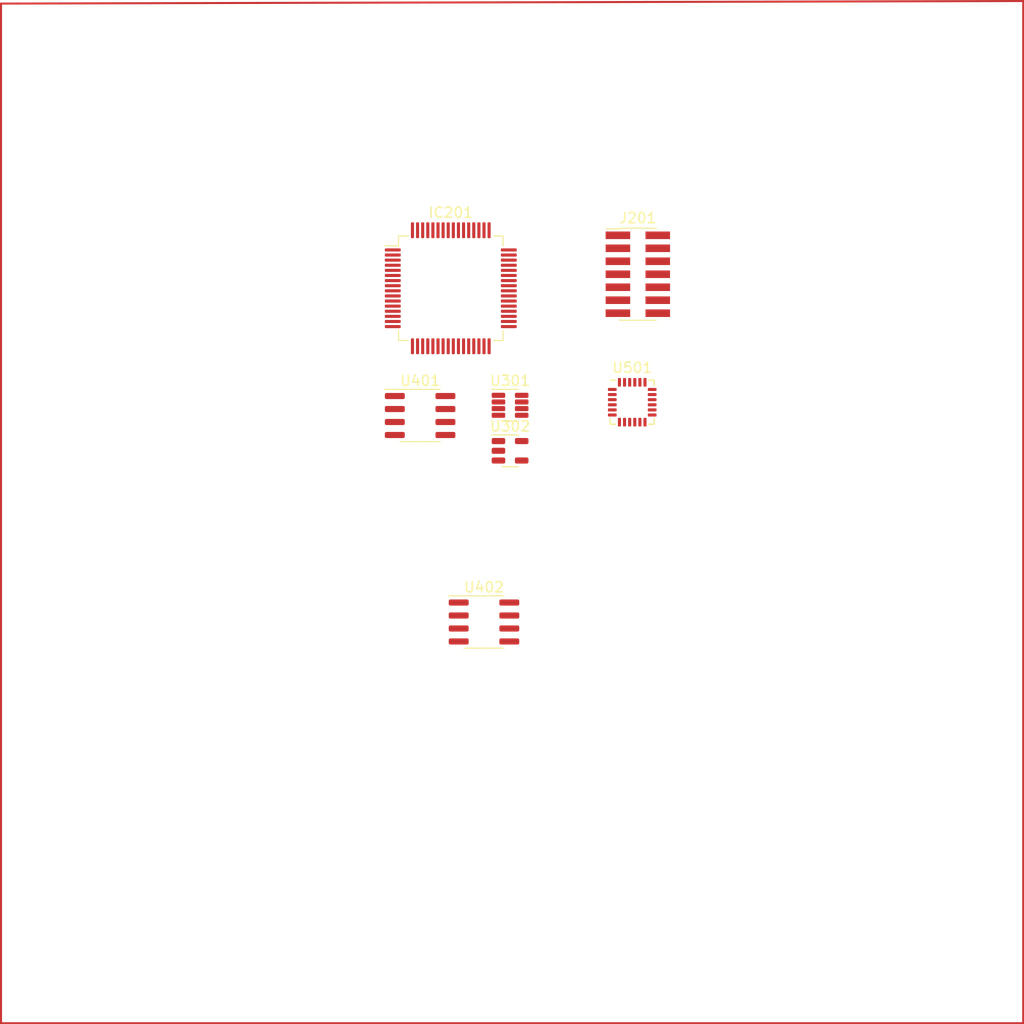
<source format=kicad_pcb>
(kicad_pcb (version 20221018) (generator pcbnew)
  (layers (0 "F.Cu" signal) (31 "B.Cu" signal) (34 "B.Paste" user) (35 "F.Paste" user) (36 "B.SilkS" user "B.Silkscreen") (37 "F.SilkS" user "F.Silkscreen") (38 "B.Mask" user) (39 "F.Mask" user) (44 "Edge.Cuts" user))
  (net 0 "")
  (net 2 "/STM32/LIDAR_PWM")
  (net 3 "/STM32/LIDAR_MOTOR_ENABLE")
  (net 4 "/STM32/LIDAR_MESURE_ENABLE")
  (net 8 "+3V3")
  (net 9 "GND")
  (net 10 "/STM32/OSC_IN")
  (net 11 "/STM32/OSC_OUT")
  (net 12 "/STM32/NRST")
  (net 14 "/Drivers and motors connectors/MOTOR_1_FWD")
  (net 15 "/Drivers and motors connectors/MOTOR_1_REV")
  (net 17 "Net-(D201-A)")
  (net 18 "Net-(D202-A)")
  (net 19 "/STM32/USART2_TX")
  (net 20 "/STM32/USART2_RX")
  (net 23 "/Drivers and motors connectors/ENCODER_2_A")
  (net 24 "/Drivers and motors connectors/ENCODER_2_B")
  (net 25 "/STM32/USART3_TX")
  (net 26 "/STM32/USART3_RX")
  (net 30 "/STM32/I2C_SCL")
  (net 31 "/STM32/I2C_SDA")
  (net 33 "/STM32/Bordure_1")
  (net 34 "/STM32/Bordure_2")
  (net 35 "/STM32/Bordure_3")
  (net 36 "/Drivers and motors connectors/ENCODER_1_B")
  (net 37 "/Drivers and motors connectors/ENCODER_1_A")
  (net 38 "/STM32/Bumper_1")
  (net 39 "/STM32/Bumper_2")
  (net 40 "/STM32/Bumper_3")
  (net 41 "/STM32/Bumper_4")
  (net 42 "/STM32/BTN_1")
  (net 43 "/STM32/BTN_2")
  (net 44 "/STM32/BTN_3")
  (net 45 "/STM32/SWDIO")
  (net 46 "/STM32/SWCLK")
  (net 50 "/STM32/PD0")
  (net 51 "/STM32/PD1")
  (net 52 "/STM32/PD2")
  (net 53 "/STM32/PD3")
  (net 54 "/STM32/PD4")
  (net 55 "/STM32/PD5")
  (net 56 "/STM32/PD6")
  (net 60 "/STM32/USART1_TX")
  (net 61 "/STM32/USART1_RX")
  (net 62 "/Drivers and motors connectors/MOTOR_2_REV")
  (net 63 "/Drivers and motors connectors/MOTOR_2_FWD")
  (net 67 "+3.3V")
  (net 71 "Net-(U301-PG)")
  (net 72 "+BATT")
  (net 73 "Net-(U301-SW)")
  (net 74 "Net-(U301-BST)")
  (net 75 "Net-(U301-EN{slash}SYNC)")
  (net 76 "Net-(U301-VCC)")
  (net 77 "Net-(U301-FB)")
  (net 78 "+5V")
  (net 80 "Net-(J401-Pin_1)")
  (net 81 "Net-(J401-Pin_6)")
  (net 82 "Net-(J402-Pin_1)")
  (net 83 "Net-(J402-Pin_6)")
  (net 90 "Net-(U501-REGOUT)")
  (net 97 "Net-(U501-CPOUT)")
  (footprint "Connector_PinHeader_1.27mm:PinHeader_2x07_P1.27mm_Vertical_SMD" (layer "F.Cu") (at 159.05 78.73)
    (fp_text reference "J201" (at 0 -5.505) (layer "F.SilkS"))
    (fp_text value "ST/link connector")
    (fp_line (start -3.09 -4.44) (end -1.765 -4.44) (stroke (width 0.12)) (layer "F.SilkS"))
    (fp_line (start -1.765 -4.505) (end -1.765 -4.44) (stroke (width 0.12)) (layer "F.SilkS"))
    (fp_line (start -1.765 -4.505) (end 1.765 -4.505) (stroke (width 0.12)) (layer "F.SilkS"))
    (fp_line (start -1.765 4.44) (end -1.765 4.505) (stroke (width 0.12)) (layer "F.SilkS"))
    (fp_line (start -1.765 4.505) (end 1.765 4.505) (stroke (width 0.12)) (layer "F.SilkS"))
    (fp_line (start 1.765 -4.505) (end 1.765 -4.44) (stroke (width 0.12)) (layer "F.SilkS"))
    (fp_line (start 1.765 4.44) (end 1.765 4.505) (stroke (width 0.12)) (layer "F.SilkS"))
    (pad "1" smd rect (at -1.95 -3.81) (size 2.4 0.74) (layers "F.Cu" "F.Paste" "F.Mask"))
    (pad "2" smd rect (at 1.95 -3.81) (size 2.4 0.74) (layers "F.Cu" "F.Paste" "F.Mask"))
    (pad "3" smd rect (at -1.95 -2.54) (size 2.4 0.74) (layers "F.Cu" "F.Paste" "F.Mask") (net 67 "+3.3V"))
    (pad "4" smd rect (at 1.95 -2.54) (size 2.4 0.74) (layers "F.Cu" "F.Paste" "F.Mask") (net 45 "/STM32/SWDIO"))
    (pad "5" smd rect (at -1.95 -1.27) (size 2.4 0.74) (layers "F.Cu" "F.Paste" "F.Mask") (net 9 "GND"))
    (pad "6" smd rect (at 1.95 -1.27) (size 2.4 0.74) (layers "F.Cu" "F.Paste" "F.Mask") (net 46 "/STM32/SWCLK"))
    (pad "7" smd rect (at -1.95 0) (size 2.4 0.74) (layers "F.Cu" "F.Paste" "F.Mask") (net 9 "GND"))
    (pad "8" smd rect (at 1.95 0) (size 2.4 0.74) (layers "F.Cu" "F.Paste" "F.Mask"))
    (pad "9" smd rect (at -1.95 1.27) (size 2.4 0.74) (layers "F.Cu" "F.Paste" "F.Mask"))
    (pad "10" smd rect (at 1.95 1.27) (size 2.4 0.74) (layers "F.Cu" "F.Paste" "F.Mask"))
    (pad "11" smd rect (at -1.95 2.54) (size 2.4 0.74) (layers "F.Cu" "F.Paste" "F.Mask") (net 9 "GND"))
    (pad "12" smd rect (at 1.95 2.54) (size 2.4 0.74) (layers "F.Cu" "F.Paste" "F.Mask") (net 12 "/STM32/NRST"))
    (pad "13" smd rect (at -1.95 3.81) (size 2.4 0.74) (layers "F.Cu" "F.Paste" "F.Mask") (net 61 "/STM32/USART1_RX"))
    (pad "14" smd rect (at 1.95 3.81) (size 2.4 0.74) (layers "F.Cu" "F.Paste" "F.Mask") (net 60 "/STM32/USART1_TX"))
  )
  (footprint "Package_TO_SOT_SMD:SOT-23-5" (layer "F.Cu") (at 146.55 96)
    (fp_text reference "U302" (at 0 -2.4) (layer "F.SilkS"))
    (fp_text value "MIC5317-3.3xM5")
    (fp_line (start 0 -1.56) (end -1.8 -1.56) (stroke (width 0.12)) (layer "F.SilkS"))
    (fp_line (start 0 -1.56) (end 0.8 -1.56) (stroke (width 0.12)) (layer "F.SilkS"))
    (fp_line (start 0 1.56) (end -0.8 1.56) (stroke (width 0.12)) (layer "F.SilkS"))
    (fp_line (start 0 1.56) (end 0.8 1.56) (stroke (width 0.12)) (layer "F.SilkS"))
    (pad "1" smd roundrect (at -1.1375 -0.95) (size 1.325 0.6) (layers "F.Cu" "F.Paste" "F.Mask") (net 78 "+5V"))
    (pad "2" smd roundrect (at -1.1375 0) (size 1.325 0.6) (layers "F.Cu" "F.Paste" "F.Mask") (net 9 "GND"))
    (pad "3" smd roundrect (at -1.1375 0.95) (size 1.325 0.6) (layers "F.Cu" "F.Paste" "F.Mask") (net 78 "+5V"))
    (pad "4" smd roundrect (at 1.1375 0.95) (size 1.325 0.6) (layers "F.Cu" "F.Paste" "F.Mask"))
    (pad "5" smd roundrect (at 1.1375 -0.95) (size 1.325 0.6) (layers "F.Cu" "F.Paste" "F.Mask") (net 8 "+3V3"))
  )
  (footprint "Sensor_Motion:InvenSense_QFN-24_4x4mm_P0.5mm" (layer "F.Cu") (at 158.5 91.25)
    (fp_text reference "U501" (at 0 -3.375) (layer "F.SilkS"))
    (fp_text value "MPU-6050")
    (fp_line (start -2.15 -2.15) (end -1.625 -2.15) (stroke (width 0.15)) (layer "F.SilkS"))
    (fp_line (start -2.15 2.15) (end -2.15 1.625) (stroke (width 0.15)) (layer "F.SilkS"))
    (fp_line (start -2.15 2.15) (end -1.625 2.15) (stroke (width 0.15)) (layer "F.SilkS"))
    (fp_line (start 2.15 -2.15) (end 1.625 -2.15) (stroke (width 0.15)) (layer "F.SilkS"))
    (fp_line (start 2.15 -2.15) (end 2.15 -1.625) (stroke (width 0.15)) (layer "F.SilkS"))
    (fp_line (start 2.15 2.15) (end 1.625 2.15) (stroke (width 0.15)) (layer "F.SilkS"))
    (fp_line (start 2.15 2.15) (end 2.15 1.625) (stroke (width 0.15)) (layer "F.SilkS"))
    (pad "1" smd roundrect (at -1.95 -1.25) (size 0.85 0.3) (layers "F.Cu" "F.Paste" "F.Mask") (net 9 "GND"))
    (pad "2" smd roundrect (at -1.95 -0.75) (size 0.85 0.3) (layers "F.Cu" "F.Paste" "F.Mask"))
    (pad "3" smd roundrect (at -1.95 -0.25) (size 0.85 0.3) (layers "F.Cu" "F.Paste" "F.Mask"))
    (pad "4" smd roundrect (at -1.95 0.25) (size 0.85 0.3) (layers "F.Cu" "F.Paste" "F.Mask"))
    (pad "5" smd roundrect (at -1.95 0.75) (size 0.85 0.3) (layers "F.Cu" "F.Paste" "F.Mask"))
    (pad "6" smd roundrect (at -1.95 1.25) (size 0.85 0.3) (layers "F.Cu" "F.Paste" "F.Mask"))
    (pad "7" smd roundrect (at -1.25 1.95 90) (size 0.85 0.3) (layers "F.Cu" "F.Paste" "F.Mask"))
    (pad "8" smd roundrect (at -0.75 1.95 90) (size 0.85 0.3) (layers "F.Cu" "F.Paste" "F.Mask") (net 8 "+3V3"))
    (pad "9" smd roundrect (at -0.25 1.95 90) (size 0.85 0.3) (layers "F.Cu" "F.Paste" "F.Mask") (net 9 "GND"))
    (pad "10" smd roundrect (at 0.25 1.95 90) (size 0.85 0.3) (layers "F.Cu" "F.Paste" "F.Mask") (net 90 "Net-(U501-REGOUT)"))
    (pad "11" smd roundrect (at 0.75 1.95 90) (size 0.85 0.3) (layers "F.Cu" "F.Paste" "F.Mask") (net 9 "GND"))
    (pad "12" smd roundrect (at 1.25 1.95 90) (size 0.85 0.3) (layers "F.Cu" "F.Paste" "F.Mask"))
    (pad "13" smd roundrect (at 1.95 1.25) (size 0.85 0.3) (layers "F.Cu" "F.Paste" "F.Mask") (net 8 "+3V3"))
    (pad "14" smd roundrect (at 1.95 0.75) (size 0.85 0.3) (layers "F.Cu" "F.Paste" "F.Mask"))
    (pad "15" smd roundrect (at 1.95 0.25) (size 0.85 0.3) (layers "F.Cu" "F.Paste" "F.Mask"))
    (pad "16" smd roundrect (at 1.95 -0.25) (size 0.85 0.3) (layers "F.Cu" "F.Paste" "F.Mask"))
    (pad "17" smd roundrect (at 1.95 -0.75) (size 0.85 0.3) (layers "F.Cu" "F.Paste" "F.Mask"))
    (pad "18" smd roundrect (at 1.95 -1.25) (size 0.85 0.3) (layers "F.Cu" "F.Paste" "F.Mask") (net 9 "GND"))
    (pad "19" smd roundrect (at 1.25 -1.95 90) (size 0.85 0.3) (layers "F.Cu" "F.Paste" "F.Mask"))
    (pad "20" smd roundrect (at 0.75 -1.95 90) (size 0.85 0.3) (layers "F.Cu" "F.Paste" "F.Mask") (net 97 "Net-(U501-CPOUT)"))
    (pad "21" smd roundrect (at 0.25 -1.95 90) (size 0.85 0.3) (layers "F.Cu" "F.Paste" "F.Mask"))
    (pad "22" smd roundrect (at -0.25 -1.95 90) (size 0.85 0.3) (layers "F.Cu" "F.Paste" "F.Mask"))
    (pad "23" smd roundrect (at -0.75 -1.95 90) (size 0.85 0.3) (layers "F.Cu" "F.Paste" "F.Mask") (net 30 "/STM32/I2C_SCL"))
    (pad "24" smd roundrect (at -1.25 -1.95 90) (size 0.85 0.3) (layers "F.Cu" "F.Paste" "F.Mask") (net 31 "/STM32/I2C_SDA"))
  )
  (footprint "Package_QFP:LQFP-64_10x10mm_P0.5mm" (layer "F.Cu") (at 140.75 80.1)
    (fp_text reference "IC201" (at 0 -7.4) (layer "F.SilkS"))
    (fp_text value "STM32G070RBT6")
    (fp_line (start -5.11 -5.11) (end -5.11 -4.16) (stroke (width 0.12)) (layer "F.SilkS"))
    (fp_line (start -5.11 -4.16) (end -6.45 -4.16) (stroke (width 0.12)) (layer "F.SilkS"))
    (fp_line (start -5.11 5.11) (end -5.11 4.16) (stroke (width 0.12)) (layer "F.SilkS"))
    (fp_line (start -4.16 -5.11) (end -5.11 -5.11) (stroke (width 0.12)) (layer "F.SilkS"))
    (fp_line (start -4.16 5.11) (end -5.11 5.11) (stroke (width 0.12)) (layer "F.SilkS"))
    (fp_line (start 4.16 -5.11) (end 5.11 -5.11) (stroke (width 0.12)) (layer "F.SilkS"))
    (fp_line (start 4.16 5.11) (end 5.11 5.11) (stroke (width 0.12)) (layer "F.SilkS"))
    (fp_line (start 5.11 -5.11) (end 5.11 -4.16) (stroke (width 0.12)) (layer "F.SilkS"))
    (fp_line (start 5.11 5.11) (end 5.11 4.16) (stroke (width 0.12)) (layer "F.SilkS"))
    (pad "1" smd roundrect (at -5.675 -3.75) (size 1.55 0.3) (layers "F.Cu" "F.Paste" "F.Mask"))
    (pad "2" smd roundrect (at -5.675 -3.25) (size 1.55 0.3) (layers "F.Cu" "F.Paste" "F.Mask") (net 2 "/STM32/LIDAR_PWM"))
    (pad "3" smd roundrect (at -5.675 -2.75) (size 1.55 0.3) (layers "F.Cu" "F.Paste" "F.Mask") (net 3 "/STM32/LIDAR_MOTOR_ENABLE"))
    (pad "4" smd roundrect (at -5.675 -2.25) (size 1.55 0.3) (layers "F.Cu" "F.Paste" "F.Mask") (net 4 "/STM32/LIDAR_MESURE_ENABLE"))
    (pad "5" smd roundrect (at -5.675 -1.75) (size 1.55 0.3) (layers "F.Cu" "F.Paste" "F.Mask"))
    (pad "6" smd roundrect (at -5.675 -1.25) (size 1.55 0.3) (layers "F.Cu" "F.Paste" "F.Mask"))
    (pad "7" smd roundrect (at -5.675 -0.75) (size 1.55 0.3) (layers "F.Cu" "F.Paste" "F.Mask"))
    (pad "8" smd roundrect (at -5.675 -0.25) (size 1.55 0.3) (layers "F.Cu" "F.Paste" "F.Mask") (net 8 "+3V3"))
    (pad "9" smd roundrect (at -5.675 0.25) (size 1.55 0.3) (layers "F.Cu" "F.Paste" "F.Mask") (net 9 "GND"))
    (pad "10" smd roundrect (at -5.675 0.75) (size 1.55 0.3) (layers "F.Cu" "F.Paste" "F.Mask") (net 10 "/STM32/OSC_IN"))
    (pad "11" smd roundrect (at -5.675 1.25) (size 1.55 0.3) (layers "F.Cu" "F.Paste" "F.Mask") (net 11 "/STM32/OSC_OUT"))
    (pad "12" smd roundrect (at -5.675 1.75) (size 1.55 0.3) (layers "F.Cu" "F.Paste" "F.Mask") (net 12 "/STM32/NRST"))
    (pad "13" smd roundrect (at -5.675 2.25) (size 1.55 0.3) (layers "F.Cu" "F.Paste" "F.Mask"))
    (pad "14" smd roundrect (at -5.675 2.75) (size 1.55 0.3) (layers "F.Cu" "F.Paste" "F.Mask") (net 14 "/Drivers and motors connectors/MOTOR_1_FWD"))
    (pad "15" smd roundrect (at -5.675 3.25) (size 1.55 0.3) (layers "F.Cu" "F.Paste" "F.Mask") (net 15 "/Drivers and motors connectors/MOTOR_1_REV"))
    (pad "16" smd roundrect (at -5.675 3.75) (size 1.55 0.3) (layers "F.Cu" "F.Paste" "F.Mask"))
    (pad "17" smd roundrect (at -3.75 5.675) (size 0.3 1.55) (layers "F.Cu" "F.Paste" "F.Mask") (net 17 "Net-(D201-A)"))
    (pad "18" smd roundrect (at -3.25 5.675) (size 0.3 1.55) (layers "F.Cu" "F.Paste" "F.Mask") (net 18 "Net-(D202-A)"))
    (pad "19" smd roundrect (at -2.75 5.675) (size 0.3 1.55) (layers "F.Cu" "F.Paste" "F.Mask") (net 19 "/STM32/USART2_TX"))
    (pad "20" smd roundrect (at -2.25 5.675) (size 0.3 1.55) (layers "F.Cu" "F.Paste" "F.Mask") (net 20 "/STM32/USART2_RX"))
    (pad "21" smd roundrect (at -1.75 5.675) (size 0.3 1.55) (layers "F.Cu" "F.Paste" "F.Mask"))
    (pad "22" smd roundrect (at -1.25 5.675) (size 0.3 1.55) (layers "F.Cu" "F.Paste" "F.Mask"))
    (pad "23" smd roundrect (at -0.75 5.675) (size 0.3 1.55) (layers "F.Cu" "F.Paste" "F.Mask") (net 23 "/Drivers and motors connectors/ENCODER_2_A"))
    (pad "24" smd roundrect (at -0.25 5.675) (size 0.3 1.55) (layers "F.Cu" "F.Paste" "F.Mask") (net 24 "/Drivers and motors connectors/ENCODER_2_B"))
    (pad "25" smd roundrect (at 0.25 5.675) (size 0.3 1.55) (layers "F.Cu" "F.Paste" "F.Mask") (net 25 "/STM32/USART3_TX"))
    (pad "26" smd roundrect (at 0.75 5.675) (size 0.3 1.55) (layers "F.Cu" "F.Paste" "F.Mask") (net 26 "/STM32/USART3_RX"))
    (pad "27" smd roundrect (at 1.25 5.675) (size 0.3 1.55) (layers "F.Cu" "F.Paste" "F.Mask"))
    (pad "28" smd roundrect (at 1.75 5.675) (size 0.3 1.55) (layers "F.Cu" "F.Paste" "F.Mask"))
    (pad "29" smd roundrect (at 2.25 5.675) (size 0.3 1.55) (layers "F.Cu" "F.Paste" "F.Mask"))
    (pad "30" smd roundrect (at 2.75 5.675) (size 0.3 1.55) (layers "F.Cu" "F.Paste" "F.Mask") (net 30 "/STM32/I2C_SCL"))
    (pad "31" smd roundrect (at 3.25 5.675) (size 0.3 1.55) (layers "F.Cu" "F.Paste" "F.Mask") (net 31 "/STM32/I2C_SDA"))
    (pad "32" smd roundrect (at 3.75 5.675) (size 0.3 1.55) (layers "F.Cu" "F.Paste" "F.Mask"))
    (pad "33" smd roundrect (at 5.675 3.75) (size 1.55 0.3) (layers "F.Cu" "F.Paste" "F.Mask") (net 33 "/STM32/Bordure_1"))
    (pad "34" smd roundrect (at 5.675 3.25) (size 1.55 0.3) (layers "F.Cu" "F.Paste" "F.Mask") (net 34 "/STM32/Bordure_2"))
    (pad "35" smd roundrect (at 5.675 2.75) (size 1.55 0.3) (layers "F.Cu" "F.Paste" "F.Mask") (net 35 "/STM32/Bordure_3"))
    (pad "36" smd roundrect (at 5.675 2.25) (size 1.55 0.3) (layers "F.Cu" "F.Paste" "F.Mask") (net 36 "/Drivers and motors connectors/ENCODER_1_B"))
    (pad "37" smd roundrect (at 5.675 1.75) (size 1.55 0.3) (layers "F.Cu" "F.Paste" "F.Mask") (net 37 "/Drivers and motors connectors/ENCODER_1_A"))
    (pad "38" smd roundrect (at 5.675 1.25) (size 1.55 0.3) (layers "F.Cu" "F.Paste" "F.Mask") (net 38 "/STM32/Bumper_1"))
    (pad "39" smd roundrect (at 5.675 0.75) (size 1.55 0.3) (layers "F.Cu" "F.Paste" "F.Mask") (net 39 "/STM32/Bumper_2"))
    (pad "40" smd roundrect (at 5.675 0.25) (size 1.55 0.3) (layers "F.Cu" "F.Paste" "F.Mask") (net 40 "/STM32/Bumper_3"))
    (pad "41" smd roundrect (at 5.675 -0.25) (size 1.55 0.3) (layers "F.Cu" "F.Paste" "F.Mask") (net 41 "/STM32/Bumper_4"))
    (pad "42" smd roundrect (at 5.675 -0.75) (size 1.55 0.3) (layers "F.Cu" "F.Paste" "F.Mask") (net 42 "/STM32/BTN_1"))
    (pad "43" smd roundrect (at 5.675 -1.25) (size 1.55 0.3) (layers "F.Cu" "F.Paste" "F.Mask") (net 43 "/STM32/BTN_2"))
    (pad "44" smd roundrect (at 5.675 -1.75) (size 1.55 0.3) (layers "F.Cu" "F.Paste" "F.Mask") (net 44 "/STM32/BTN_3"))
    (pad "45" smd roundrect (at 5.675 -2.25) (size 1.55 0.3) (layers "F.Cu" "F.Paste" "F.Mask") (net 45 "/STM32/SWDIO"))
    (pad "46" smd roundrect (at 5.675 -2.75) (size 1.55 0.3) (layers "F.Cu" "F.Paste" "F.Mask") (net 46 "/STM32/SWCLK"))
    (pad "47" smd roundrect (at 5.675 -3.25) (size 1.55 0.3) (layers "F.Cu" "F.Paste" "F.Mask"))
    (pad "48" smd roundrect (at 5.675 -3.75) (size 1.55 0.3) (layers "F.Cu" "F.Paste" "F.Mask"))
    (pad "49" smd roundrect (at 3.75 -5.675) (size 0.3 1.55) (layers "F.Cu" "F.Paste" "F.Mask"))
    (pad "50" smd roundrect (at 3.25 -5.675) (size 0.3 1.55) (layers "F.Cu" "F.Paste" "F.Mask") (net 50 "/STM32/PD0"))
    (pad "51" smd roundrect (at 2.75 -5.675) (size 0.3 1.55) (layers "F.Cu" "F.Paste" "F.Mask") (net 51 "/STM32/PD1"))
    (pad "52" smd roundrect (at 2.25 -5.675) (size 0.3 1.55) (layers "F.Cu" "F.Paste" "F.Mask") (net 52 "/STM32/PD2"))
    (pad "53" smd roundrect (at 1.75 -5.675) (size 0.3 1.55) (layers "F.Cu" "F.Paste" "F.Mask") (net 53 "/STM32/PD3"))
    (pad "54" smd roundrect (at 1.25 -5.675) (size 0.3 1.55) (layers "F.Cu" "F.Paste" "F.Mask") (net 54 "/STM32/PD4"))
    (pad "55" smd roundrect (at 0.75 -5.675) (size 0.3 1.55) (layers "F.Cu" "F.Paste" "F.Mask") (net 55 "/STM32/PD5"))
    (pad "56" smd roundrect (at 0.25 -5.675) (size 0.3 1.55) (layers "F.Cu" "F.Paste" "F.Mask") (net 56 "/STM32/PD6"))
    (pad "57" smd roundrect (at -0.25 -5.675) (size 0.3 1.55) (layers "F.Cu" "F.Paste" "F.Mask"))
    (pad "58" smd roundrect (at -0.75 -5.675) (size 0.3 1.55) (layers "F.Cu" "F.Paste" "F.Mask"))
    (pad "59" smd roundrect (at -1.25 -5.675) (size 0.3 1.55) (layers "F.Cu" "F.Paste" "F.Mask"))
    (pad "60" smd roundrect (at -1.75 -5.675) (size 0.3 1.55) (layers "F.Cu" "F.Paste" "F.Mask") (net 60 "/STM32/USART1_TX"))
    (pad "61" smd roundrect (at -2.25 -5.675) (size 0.3 1.55) (layers "F.Cu" "F.Paste" "F.Mask") (net 61 "/STM32/USART1_RX"))
    (pad "62" smd roundrect (at -2.75 -5.675) (size 0.3 1.55) (layers "F.Cu" "F.Paste" "F.Mask") (net 62 "/Drivers and motors connectors/MOTOR_2_REV"))
    (pad "63" smd roundrect (at -3.25 -5.675) (size 0.3 1.55) (layers "F.Cu" "F.Paste" "F.Mask") (net 63 "/Drivers and motors connectors/MOTOR_2_FWD"))
    (pad "64" smd roundrect (at -3.75 -5.675) (size 0.3 1.55) (layers "F.Cu" "F.Paste" "F.Mask"))
  )
  (footprint "Package_SO:SOIC-8_3.9x4.9mm_P1.27mm" (layer "F.Cu") (at 137.75 92.55)
    (fp_text reference "U401" (at 0 -3.4) (layer "F.SilkS"))
    (fp_text value "ZXBM5210-S")
    (fp_line (start 0 -2.56) (end -3.45 -2.56) (stroke (width 0.12)) (layer "F.SilkS"))
    (fp_line (start 0 -2.56) (end 1.95 -2.56) (stroke (width 0.12)) (layer "F.SilkS"))
    (fp_line (start 0 2.56) (end -1.95 2.56) (stroke (width 0.12)) (layer "F.SilkS"))
    (fp_line (start 0 2.56) (end 1.95 2.56) (stroke (width 0.12)) (layer "F.SilkS"))
    (pad "1" smd roundrect (at -2.475 -1.905) (size 1.95 0.6) (layers "F.Cu" "F.Paste" "F.Mask") (net 80 "Net-(J401-Pin_1)"))
    (pad "2" smd roundrect (at -2.475 -0.635) (size 1.95 0.6) (layers "F.Cu" "F.Paste" "F.Mask") (net 72 "+BATT"))
    (pad "3" smd roundrect (at -2.475 0.635) (size 1.95 0.6) (layers "F.Cu" "F.Paste" "F.Mask") (net 8 "+3V3"))
    (pad "4" smd roundrect (at -2.475 1.905) (size 1.95 0.6) (layers "F.Cu" "F.Paste" "F.Mask") (net 14 "/Drivers and motors connectors/MOTOR_1_FWD"))
    (pad "5" smd roundrect (at 2.475 1.905) (size 1.95 0.6) (layers "F.Cu" "F.Paste" "F.Mask") (net 15 "/Drivers and motors connectors/MOTOR_1_REV"))
    (pad "6" smd roundrect (at 2.475 0.635) (size 1.95 0.6) (layers "F.Cu" "F.Paste" "F.Mask") (net 8 "+3V3"))
    (pad "7" smd roundrect (at 2.475 -0.635) (size 1.95 0.6) (layers "F.Cu" "F.Paste" "F.Mask") (net 81 "Net-(J401-Pin_6)"))
    (pad "8" smd roundrect (at 2.475 -1.905) (size 1.95 0.6) (layers "F.Cu" "F.Paste" "F.Mask") (net 9 "GND"))
  )
  (footprint "Package_TO_SOT_SMD:SOT-23-8" (layer "F.Cu") (at 146.55 91.55)
    (fp_text reference "U301" (at 0 -2.4) (layer "F.SilkS"))
    (fp_text value "MP1475")
    (fp_line (start 0 -1.56) (end -1.8 -1.56) (stroke (width 0.12)) (layer "F.SilkS"))
    (fp_line (start 0 -1.56) (end 0.8 -1.56) (stroke (width 0.12)) (layer "F.SilkS"))
    (fp_line (start 0 1.56) (end -0.8 1.56) (stroke (width 0.12)) (layer "F.SilkS"))
    (fp_line (start 0 1.56) (end 0.8 1.56) (stroke (width 0.12)) (layer "F.SilkS"))
    (pad "1" smd roundrect (at -1.1375 -0.975) (size 1.325 0.5) (layers "F.Cu" "F.Paste" "F.Mask") (net 71 "Net-(U301-PG)"))
    (pad "2" smd roundrect (at -1.1375 -0.325) (size 1.325 0.5) (layers "F.Cu" "F.Paste" "F.Mask") (net 72 "+BATT"))
    (pad "3" smd roundrect (at -1.1375 0.325) (size 1.325 0.5) (layers "F.Cu" "F.Paste" "F.Mask") (net 73 "Net-(U301-SW)"))
    (pad "4" smd roundrect (at -1.1375 0.975) (size 1.325 0.5) (layers "F.Cu" "F.Paste" "F.Mask") (net 9 "GND"))
    (pad "5" smd roundrect (at 1.1375 0.975) (size 1.325 0.5) (layers "F.Cu" "F.Paste" "F.Mask") (net 74 "Net-(U301-BST)"))
    (pad "6" smd roundrect (at 1.1375 0.325) (size 1.325 0.5) (layers "F.Cu" "F.Paste" "F.Mask") (net 75 "Net-(U301-EN{slash}SYNC)"))
    (pad "7" smd roundrect (at 1.1375 -0.325) (size 1.325 0.5) (layers "F.Cu" "F.Paste" "F.Mask") (net 76 "Net-(U301-VCC)"))
    (pad "8" smd roundrect (at 1.1375 -0.975) (size 1.325 0.5) (layers "F.Cu" "F.Paste" "F.Mask") (net 77 "Net-(U301-FB)"))
  )
  (footprint "Package_SO:SOIC-8_3.9x4.9mm_P1.27mm" (layer "F.Cu") (at 144 112.75)
    (fp_text reference "U402" (at 0 -3.4) (layer "F.SilkS"))
    (fp_text value "ZXBM5210-S")
    (fp_line (start 0 -2.56) (end -3.45 -2.56) (stroke (width 0.12)) (layer "F.SilkS"))
    (fp_line (start 0 -2.56) (end 1.95 -2.56) (stroke (width 0.12)) (layer "F.SilkS"))
    (fp_line (start 0 2.56) (end -1.95 2.56) (stroke (width 0.12)) (layer "F.SilkS"))
    (fp_line (start 0 2.56) (end 1.95 2.56) (stroke (width 0.12)) (layer "F.SilkS"))
    (pad "1" smd roundrect (at -2.475 -1.905) (size 1.95 0.6) (layers "F.Cu" "F.Paste" "F.Mask") (net 82 "Net-(J402-Pin_1)"))
    (pad "2" smd roundrect (at -2.475 -0.635) (size 1.95 0.6) (layers "F.Cu" "F.Paste" "F.Mask") (net 72 "+BATT"))
    (pad "3" smd roundrect (at -2.475 0.635) (size 1.95 0.6) (layers "F.Cu" "F.Paste" "F.Mask") (net 8 "+3V3"))
    (pad "4" smd roundrect (at -2.475 1.905) (size 1.95 0.6) (layers "F.Cu" "F.Paste" "F.Mask") (net 63 "/Drivers and motors connectors/MOTOR_2_FWD"))
    (pad "5" smd roundrect (at 2.475 1.905) (size 1.95 0.6) (layers "F.Cu" "F.Paste" "F.Mask") (net 62 "/Drivers and motors connectors/MOTOR_2_REV"))
    (pad "6" smd roundrect (at 2.475 0.635) (size 1.95 0.6) (layers "F.Cu" "F.Paste" "F.Mask") (net 8 "+3V3"))
    (pad "7" smd roundrect (at 2.475 -0.635) (size 1.95 0.6) (layers "F.Cu" "F.Paste" "F.Mask") (net 83 "Net-(J402-Pin_6)"))
    (pad "8" smd roundrect (at 2.475 -1.905) (size 1.95 0.6) (layers "F.Cu" "F.Paste" "F.Mask") (net 9 "GND"))
  )
  (gr_line (start 96.75 52.25) (end 196.75 52) (stroke (width 0.2)) (layer "F.Cu"))
  (gr_line (start 96.75 152) (end 96.75 52.25) (stroke (width 0.2)) (layer "F.Cu"))
  (gr_line (start 196.75 152) (end 96.75 152) (stroke (width 0.2)) (layer "F.Cu"))
  (gr_line (start 196.75 52) (end 196.75 152) (stroke (width 0.2)) (layer "F.Cu"))
)
</source>
